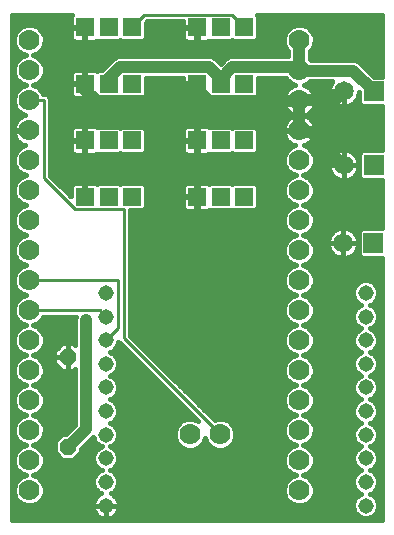
<source format=gbl>
G75*
G70*
%OFA0B0*%
%FSLAX24Y24*%
%IPPOS*%
%LPD*%
%AMOC8*
5,1,8,0,0,1.08239X$1,22.5*
%
%ADD10C,0.0700*%
%ADD11OC8,0.0560*%
%ADD12R,0.0650X0.0650*%
%ADD13C,0.0650*%
%ADD14C,0.0515*%
%ADD15R,0.0594X0.0594*%
%ADD16C,0.0400*%
%ADD17C,0.0160*%
%ADD18C,0.0100*%
%ADD19C,0.0400*%
D10*
X007149Y005310D03*
X007149Y006310D03*
X007149Y007310D03*
X007149Y008310D03*
X007149Y009310D03*
X007149Y010310D03*
X007149Y011310D03*
X007149Y012310D03*
X007149Y013310D03*
X007149Y014310D03*
X007149Y015310D03*
X007149Y016310D03*
X007149Y017310D03*
X007149Y018310D03*
X007149Y019310D03*
X007149Y020310D03*
X016149Y020310D03*
X016149Y019310D03*
X016149Y018310D03*
X016149Y017310D03*
X016149Y016310D03*
X016149Y015310D03*
X016149Y014310D03*
X016149Y013310D03*
X016149Y012310D03*
X016149Y011310D03*
X016149Y010310D03*
X016149Y009310D03*
X016149Y008310D03*
X016149Y007310D03*
X016149Y006310D03*
X016149Y005310D03*
X013511Y007168D03*
X012511Y007168D03*
D11*
X008436Y006751D03*
X008436Y009751D03*
D12*
X018609Y013550D03*
X018629Y016149D03*
X018629Y018601D03*
D13*
X017629Y018601D03*
X017629Y016149D03*
X017609Y013550D03*
D14*
X018361Y011885D03*
X018361Y011097D03*
X018361Y010310D03*
X018361Y009523D03*
X018361Y008735D03*
X018361Y007948D03*
X018361Y007160D03*
X018361Y006373D03*
X018361Y005586D03*
X018361Y004798D03*
X009700Y004798D03*
X009700Y005586D03*
X009700Y006373D03*
X009700Y007160D03*
X009700Y007948D03*
X009700Y008735D03*
X009700Y009523D03*
X009700Y010310D03*
X009700Y011097D03*
X009700Y011885D03*
D15*
X009790Y015089D03*
X009003Y015089D03*
X010578Y015089D03*
X010578Y016971D03*
X009790Y016971D03*
X009003Y016971D03*
X009003Y018853D03*
X009790Y018853D03*
X010578Y018853D03*
X010578Y020735D03*
X009790Y020735D03*
X009003Y020735D03*
X012739Y020735D03*
X013526Y020735D03*
X014314Y020735D03*
X014314Y018853D03*
X013526Y018853D03*
X012739Y018853D03*
X012739Y016971D03*
X013526Y016971D03*
X014314Y016971D03*
X014314Y015089D03*
X013526Y015089D03*
X012739Y015089D03*
D16*
X013133Y018290D02*
X012739Y018684D01*
X012739Y018853D01*
X012542Y018605D01*
X012227Y018290D01*
X009393Y018290D01*
X009019Y018664D01*
X009019Y018841D01*
X009003Y018853D01*
X009790Y018853D02*
X009806Y018861D01*
X009806Y019038D01*
X010180Y019412D01*
X013133Y019412D01*
X013526Y019019D01*
X013526Y018853D01*
X013526Y019019D02*
X013920Y019412D01*
X015948Y019412D01*
X016149Y019310D01*
X016145Y019491D01*
X016145Y020298D01*
X016149Y020310D01*
X016149Y019310D02*
X016164Y019294D01*
X017936Y019294D01*
X018629Y018601D01*
X017629Y018601D02*
X017621Y018586D01*
X017345Y018310D01*
X016149Y018310D01*
X015948Y018271D01*
X015928Y018290D01*
X013133Y018290D01*
X016149Y018310D02*
X016145Y018113D01*
X016145Y017326D01*
X016149Y017310D01*
X016341Y017247D01*
X016538Y017247D01*
X017621Y016164D01*
X017629Y016149D01*
X009038Y010967D02*
X009038Y007345D01*
X008448Y006755D01*
X008436Y006751D01*
D17*
X006566Y004321D02*
X006566Y021141D01*
X008561Y021141D01*
X008538Y021101D01*
X008526Y021056D01*
X008526Y020754D01*
X008984Y020754D01*
X008984Y020717D01*
X008526Y020717D01*
X008526Y020415D01*
X008538Y020369D01*
X008562Y020328D01*
X008595Y020294D01*
X008637Y020271D01*
X008682Y020258D01*
X008984Y020258D01*
X008984Y020717D01*
X009021Y020717D01*
X009021Y020258D01*
X009323Y020258D01*
X009369Y020271D01*
X009410Y020294D01*
X009411Y020295D01*
X009427Y020278D01*
X010153Y020278D01*
X010184Y020309D01*
X010215Y020278D01*
X010941Y020278D01*
X011034Y020372D01*
X011034Y020895D01*
X011074Y020935D01*
X012262Y020935D01*
X012262Y020754D01*
X012721Y020754D01*
X012721Y020717D01*
X012757Y020717D01*
X012757Y020258D01*
X013060Y020258D01*
X013105Y020271D01*
X013146Y020294D01*
X013147Y020295D01*
X013163Y020278D01*
X013890Y020278D01*
X013920Y020309D01*
X013951Y020278D01*
X014677Y020278D01*
X014771Y020372D01*
X014771Y021098D01*
X014728Y021141D01*
X018920Y021141D01*
X018920Y019086D01*
X018653Y019086D01*
X018241Y019498D01*
X018140Y019599D01*
X018008Y019654D01*
X016526Y019654D01*
X016505Y019675D01*
X016505Y019945D01*
X016581Y020021D01*
X016659Y020208D01*
X016659Y020411D01*
X016581Y020599D01*
X016437Y020742D01*
X016250Y020820D01*
X016047Y020820D01*
X015860Y020742D01*
X015716Y020599D01*
X015639Y020411D01*
X015639Y020208D01*
X015716Y020021D01*
X015785Y019953D01*
X015785Y019772D01*
X013849Y019772D01*
X013716Y019717D01*
X013526Y019528D01*
X013438Y019616D01*
X013337Y019717D01*
X013204Y019772D01*
X010108Y019772D01*
X009976Y019717D01*
X009602Y019343D01*
X009569Y019310D01*
X009427Y019310D01*
X009411Y019294D01*
X009410Y019294D01*
X009369Y019318D01*
X009323Y019330D01*
X009021Y019330D01*
X009021Y018872D01*
X008984Y018872D01*
X008984Y019330D01*
X008682Y019330D01*
X008637Y019318D01*
X008595Y019294D01*
X008562Y019261D01*
X008538Y019220D01*
X008526Y019174D01*
X008526Y018872D01*
X008984Y018872D01*
X008984Y018835D01*
X008526Y018835D01*
X008526Y018533D01*
X008538Y018487D01*
X008562Y018446D01*
X008595Y018412D01*
X008637Y018389D01*
X008682Y018376D01*
X008984Y018376D01*
X008984Y018835D01*
X009021Y018835D01*
X009021Y018376D01*
X009323Y018376D01*
X009369Y018389D01*
X009410Y018412D01*
X009411Y018413D01*
X009427Y018396D01*
X010153Y018396D01*
X010184Y018427D01*
X010215Y018396D01*
X010941Y018396D01*
X011034Y018490D01*
X011034Y019052D01*
X012262Y019052D01*
X012262Y018872D01*
X012721Y018872D01*
X012721Y018835D01*
X012757Y018835D01*
X012757Y018376D01*
X013060Y018376D01*
X013105Y018389D01*
X013146Y018412D01*
X013147Y018413D01*
X013163Y018396D01*
X013890Y018396D01*
X013920Y018427D01*
X013951Y018396D01*
X014677Y018396D01*
X014771Y018490D01*
X014771Y019052D01*
X015703Y019052D01*
X015716Y019021D01*
X015860Y018878D01*
X016001Y018819D01*
X015945Y018801D01*
X015871Y018763D01*
X015803Y018714D01*
X015744Y018655D01*
X015695Y018588D01*
X015657Y018513D01*
X015632Y018434D01*
X015619Y018352D01*
X015619Y018328D01*
X016130Y018328D01*
X016130Y018291D01*
X016167Y018291D01*
X016167Y017328D01*
X016679Y017328D01*
X016679Y017352D01*
X016665Y017434D01*
X016640Y017513D01*
X016602Y017588D01*
X016553Y017655D01*
X016494Y017714D01*
X016426Y017763D01*
X016352Y017801D01*
X016325Y017810D01*
X016352Y017819D01*
X016426Y017857D01*
X016494Y017906D01*
X016553Y017965D01*
X016602Y018032D01*
X016640Y018106D01*
X016665Y018186D01*
X016679Y018268D01*
X016679Y018291D01*
X016167Y018291D01*
X016167Y018328D01*
X016679Y018328D01*
X016679Y018352D01*
X016665Y018434D01*
X016640Y018513D01*
X016602Y018588D01*
X016553Y018655D01*
X016494Y018714D01*
X016426Y018763D01*
X016352Y018801D01*
X016296Y018819D01*
X016437Y018878D01*
X016494Y018934D01*
X017248Y018934D01*
X017244Y018930D01*
X017197Y018866D01*
X017161Y018795D01*
X017136Y018720D01*
X017124Y018641D01*
X017124Y018601D01*
X017124Y018562D01*
X017136Y018483D01*
X017161Y018407D01*
X017197Y018337D01*
X017244Y018272D01*
X017300Y018216D01*
X017364Y018169D01*
X017435Y018133D01*
X017511Y018109D01*
X017589Y018096D01*
X017629Y018096D01*
X017669Y018096D01*
X017747Y018109D01*
X017823Y018133D01*
X017893Y018169D01*
X017958Y018216D01*
X018014Y018272D01*
X018061Y018337D01*
X018097Y018407D01*
X018121Y018483D01*
X018134Y018562D01*
X018134Y018587D01*
X018144Y018577D01*
X018144Y018210D01*
X018238Y018116D01*
X018920Y018116D01*
X018920Y016634D01*
X018238Y016634D01*
X018144Y016540D01*
X018144Y015757D01*
X018238Y015664D01*
X018920Y015664D01*
X018920Y014035D01*
X018218Y014035D01*
X018124Y013941D01*
X018124Y013159D01*
X018218Y013065D01*
X018920Y013065D01*
X018920Y004321D01*
X006566Y004321D01*
X006566Y004351D02*
X018920Y004351D01*
X018920Y004509D02*
X018662Y004509D01*
X018715Y004562D02*
X018779Y004715D01*
X018779Y004881D01*
X018715Y005035D01*
X018598Y005152D01*
X018502Y005192D01*
X018598Y005232D01*
X018715Y005349D01*
X018779Y005502D01*
X018779Y005669D01*
X018715Y005822D01*
X018598Y005939D01*
X018502Y005979D01*
X018598Y006019D01*
X018715Y006136D01*
X018779Y006290D01*
X018779Y006456D01*
X018715Y006609D01*
X018598Y006727D01*
X018502Y006767D01*
X018598Y006806D01*
X018715Y006924D01*
X018779Y007077D01*
X018779Y007243D01*
X018715Y007397D01*
X018598Y007514D01*
X018502Y007554D01*
X018598Y007594D01*
X018715Y007711D01*
X018779Y007865D01*
X018779Y008031D01*
X018715Y008184D01*
X018598Y008302D01*
X018502Y008341D01*
X018598Y008381D01*
X018715Y008499D01*
X018779Y008652D01*
X018779Y008818D01*
X018715Y008972D01*
X018598Y009089D01*
X018502Y009129D01*
X018598Y009169D01*
X018715Y009286D01*
X018779Y009439D01*
X018779Y009606D01*
X018715Y009759D01*
X018598Y009876D01*
X018502Y009916D01*
X018598Y009956D01*
X018715Y010073D01*
X018779Y010227D01*
X018779Y010393D01*
X018715Y010546D01*
X018598Y010664D01*
X018502Y010704D01*
X018598Y010743D01*
X018715Y010861D01*
X018779Y011014D01*
X018779Y011180D01*
X018715Y011334D01*
X018598Y011451D01*
X018502Y011491D01*
X018598Y011531D01*
X018715Y011648D01*
X018779Y011802D01*
X018779Y011968D01*
X018715Y012121D01*
X018598Y012239D01*
X018444Y012302D01*
X018278Y012302D01*
X018125Y012239D01*
X018007Y012121D01*
X017944Y011968D01*
X017944Y011802D01*
X018007Y011648D01*
X018125Y011531D01*
X018221Y011491D01*
X018125Y011451D01*
X018007Y011334D01*
X017944Y011180D01*
X017944Y011014D01*
X018007Y010861D01*
X018125Y010743D01*
X018221Y010704D01*
X018125Y010664D01*
X018007Y010546D01*
X017944Y010393D01*
X017944Y010227D01*
X018007Y010073D01*
X018125Y009956D01*
X018221Y009916D01*
X018125Y009876D01*
X018007Y009759D01*
X017944Y009606D01*
X017944Y009439D01*
X018007Y009286D01*
X018125Y009169D01*
X018221Y009129D01*
X018125Y009089D01*
X018007Y008972D01*
X017944Y008818D01*
X017944Y008652D01*
X018007Y008499D01*
X018125Y008381D01*
X018221Y008341D01*
X018125Y008302D01*
X018007Y008184D01*
X017944Y008031D01*
X017944Y007865D01*
X018007Y007711D01*
X018125Y007594D01*
X018221Y007554D01*
X018125Y007514D01*
X018007Y007397D01*
X017944Y007243D01*
X017944Y007077D01*
X018007Y006924D01*
X018125Y006806D01*
X018221Y006767D01*
X018125Y006727D01*
X018007Y006609D01*
X017944Y006456D01*
X017944Y006290D01*
X018007Y006136D01*
X018125Y006019D01*
X018221Y005979D01*
X018125Y005939D01*
X018007Y005822D01*
X017944Y005669D01*
X017944Y005502D01*
X018007Y005349D01*
X018125Y005232D01*
X018221Y005192D01*
X018125Y005152D01*
X018007Y005035D01*
X017944Y004881D01*
X017944Y004715D01*
X018007Y004562D01*
X018125Y004444D01*
X018278Y004381D01*
X018444Y004381D01*
X018598Y004444D01*
X018715Y004562D01*
X018759Y004668D02*
X018920Y004668D01*
X018920Y004826D02*
X018779Y004826D01*
X018736Y004985D02*
X018920Y004985D01*
X018920Y005143D02*
X018607Y005143D01*
X018668Y005302D02*
X018920Y005302D01*
X018920Y005460D02*
X018761Y005460D01*
X018779Y005619D02*
X018920Y005619D01*
X018920Y005777D02*
X018734Y005777D01*
X018601Y005936D02*
X018920Y005936D01*
X018920Y006094D02*
X018673Y006094D01*
X018763Y006253D02*
X018920Y006253D01*
X018920Y006411D02*
X018779Y006411D01*
X018732Y006570D02*
X018920Y006570D01*
X018920Y006728D02*
X018595Y006728D01*
X018678Y006887D02*
X018920Y006887D01*
X018920Y007045D02*
X018765Y007045D01*
X018779Y007204D02*
X018920Y007204D01*
X018920Y007362D02*
X018729Y007362D01*
X018582Y007521D02*
X018920Y007521D01*
X018920Y007679D02*
X018683Y007679D01*
X018767Y007838D02*
X018920Y007838D01*
X018920Y007996D02*
X018779Y007996D01*
X018727Y008155D02*
X018920Y008155D01*
X018920Y008313D02*
X018570Y008313D01*
X018688Y008472D02*
X018920Y008472D01*
X018920Y008630D02*
X018769Y008630D01*
X018779Y008789D02*
X018920Y008789D01*
X018920Y008947D02*
X018725Y008947D01*
X018558Y009106D02*
X018920Y009106D01*
X018920Y009264D02*
X018693Y009264D01*
X018772Y009423D02*
X018920Y009423D01*
X018920Y009581D02*
X018779Y009581D01*
X018723Y009740D02*
X018920Y009740D01*
X018920Y009898D02*
X018545Y009898D01*
X018698Y010057D02*
X018920Y010057D01*
X018920Y010215D02*
X018774Y010215D01*
X018779Y010374D02*
X018920Y010374D01*
X018920Y010532D02*
X018721Y010532D01*
X018533Y010691D02*
X018920Y010691D01*
X018920Y010849D02*
X018703Y010849D01*
X018776Y011008D02*
X018920Y011008D01*
X018920Y011166D02*
X018779Y011166D01*
X018719Y011325D02*
X018920Y011325D01*
X018920Y011483D02*
X018521Y011483D01*
X018708Y011642D02*
X018920Y011642D01*
X018920Y011800D02*
X018778Y011800D01*
X018779Y011959D02*
X018920Y011959D01*
X018920Y012117D02*
X018717Y012117D01*
X018920Y012276D02*
X018508Y012276D01*
X018214Y012276D02*
X016659Y012276D01*
X016659Y012208D02*
X016659Y012411D01*
X016581Y012599D01*
X016437Y012742D01*
X016274Y012810D01*
X016437Y012878D01*
X016581Y013021D01*
X016659Y013208D01*
X016659Y013411D01*
X016581Y013599D01*
X016437Y013742D01*
X016274Y013810D01*
X016437Y013878D01*
X016581Y014021D01*
X016659Y014208D01*
X016659Y014411D01*
X016581Y014599D01*
X016437Y014742D01*
X016274Y014810D01*
X016437Y014878D01*
X016581Y015021D01*
X016659Y015208D01*
X016659Y015411D01*
X016581Y015599D01*
X016437Y015742D01*
X016274Y015810D01*
X016437Y015878D01*
X016581Y016021D01*
X016659Y016208D01*
X016659Y016411D01*
X016581Y016599D01*
X016437Y016742D01*
X016296Y016801D01*
X016352Y016819D01*
X016426Y016857D01*
X016494Y016906D01*
X016553Y016965D01*
X016602Y017032D01*
X016640Y017106D01*
X016665Y017186D01*
X016679Y017268D01*
X016679Y017291D01*
X016167Y017291D01*
X016167Y017328D01*
X016130Y017328D01*
X016130Y017291D01*
X015619Y017291D01*
X015619Y017268D01*
X015632Y017186D01*
X015657Y017106D01*
X015695Y017032D01*
X015744Y016965D01*
X015803Y016906D01*
X015871Y016857D01*
X015945Y016819D01*
X016001Y016801D01*
X015860Y016742D01*
X015716Y016599D01*
X015639Y016411D01*
X015639Y016208D01*
X015716Y016021D01*
X015860Y015878D01*
X016023Y015810D01*
X015860Y015742D01*
X015716Y015599D01*
X015639Y015411D01*
X015639Y015208D01*
X015716Y015021D01*
X015860Y014878D01*
X016023Y014810D01*
X015860Y014742D01*
X015716Y014599D01*
X015639Y014411D01*
X015639Y014208D01*
X015716Y014021D01*
X015860Y013878D01*
X016023Y013810D01*
X015860Y013742D01*
X015716Y013599D01*
X015639Y013411D01*
X015639Y013208D01*
X015716Y013021D01*
X015860Y012878D01*
X016023Y012810D01*
X015860Y012742D01*
X015716Y012599D01*
X015639Y012411D01*
X015639Y012208D01*
X015716Y012021D01*
X015860Y011878D01*
X016023Y011810D01*
X015860Y011742D01*
X015716Y011599D01*
X015639Y011411D01*
X015639Y011208D01*
X015716Y011021D01*
X015860Y010878D01*
X016023Y010810D01*
X015860Y010742D01*
X015716Y010599D01*
X015639Y010411D01*
X015639Y010208D01*
X015716Y010021D01*
X015860Y009878D01*
X016023Y009810D01*
X015860Y009742D01*
X015716Y009599D01*
X015639Y009411D01*
X015639Y009208D01*
X015716Y009021D01*
X015860Y008878D01*
X016023Y008810D01*
X015860Y008742D01*
X015716Y008599D01*
X015639Y008411D01*
X015639Y008208D01*
X015716Y008021D01*
X015860Y007878D01*
X016023Y007810D01*
X015860Y007742D01*
X015716Y007599D01*
X015639Y007411D01*
X015639Y007208D01*
X015716Y007021D01*
X015860Y006878D01*
X016023Y006810D01*
X015860Y006742D01*
X015716Y006599D01*
X015639Y006411D01*
X010117Y006411D01*
X010117Y006456D02*
X010054Y006609D01*
X009936Y006727D01*
X009840Y006767D01*
X009936Y006806D01*
X010054Y006924D01*
X010117Y007077D01*
X010117Y007243D01*
X010054Y007397D01*
X009936Y007514D01*
X009840Y007554D01*
X009936Y007594D01*
X010054Y007711D01*
X010117Y007865D01*
X010117Y008031D01*
X010054Y008184D01*
X009936Y008302D01*
X009840Y008341D01*
X009936Y008381D01*
X010054Y008499D01*
X010117Y008652D01*
X010117Y008818D01*
X010054Y008972D01*
X009936Y009089D01*
X009840Y009129D01*
X009936Y009169D01*
X010054Y009286D01*
X010117Y009439D01*
X010117Y009606D01*
X010054Y009759D01*
X009936Y009876D01*
X009840Y009916D01*
X009936Y009956D01*
X010054Y010073D01*
X010117Y010227D01*
X010117Y010261D01*
X010211Y010167D01*
X012762Y007616D01*
X012612Y007678D01*
X012409Y007678D01*
X012222Y007601D01*
X012078Y007457D01*
X012001Y007270D01*
X012001Y007067D01*
X012078Y006879D01*
X012222Y006736D01*
X012409Y006658D01*
X012612Y006658D01*
X012800Y006736D01*
X012943Y006879D01*
X013011Y007043D01*
X013078Y006879D01*
X013222Y006736D01*
X013409Y006658D01*
X013612Y006658D01*
X013800Y006736D01*
X013943Y006879D01*
X014021Y007067D01*
X014021Y007270D01*
X013943Y007457D01*
X013800Y007601D01*
X013612Y007678D01*
X013409Y007678D01*
X013328Y007644D01*
X010508Y010464D01*
X010508Y014633D01*
X010941Y014633D01*
X011034Y014726D01*
X011034Y015453D01*
X010941Y015546D01*
X010215Y015546D01*
X010184Y015516D01*
X010153Y015546D01*
X009427Y015546D01*
X009411Y015530D01*
X009410Y015530D01*
X009369Y015554D01*
X009323Y015566D01*
X009021Y015566D01*
X009021Y015108D01*
X008984Y015108D01*
X008984Y015566D01*
X008682Y015566D01*
X008637Y015554D01*
X008595Y015530D01*
X008562Y015497D01*
X008538Y015456D01*
X008526Y015410D01*
X008526Y015123D01*
X007851Y015798D01*
X007851Y018397D01*
X007728Y018520D01*
X007614Y018520D01*
X007581Y018599D01*
X007437Y018742D01*
X007274Y018810D01*
X007437Y018878D01*
X007581Y019021D01*
X007659Y019208D01*
X007659Y019411D01*
X007581Y019599D01*
X007437Y019742D01*
X007274Y019810D01*
X007437Y019878D01*
X007581Y020021D01*
X007659Y020208D01*
X007659Y020411D01*
X007581Y020599D01*
X007437Y020742D01*
X007250Y020820D01*
X007047Y020820D01*
X006860Y020742D01*
X006716Y020599D01*
X006639Y020411D01*
X006639Y020208D01*
X006716Y020021D01*
X006860Y019878D01*
X007023Y019810D01*
X006860Y019742D01*
X006716Y019599D01*
X006639Y019411D01*
X006639Y019208D01*
X006716Y019021D01*
X006860Y018878D01*
X007023Y018810D01*
X006860Y018742D01*
X006716Y018599D01*
X006639Y018411D01*
X006639Y018208D01*
X006716Y018021D01*
X006860Y017878D01*
X007001Y017819D01*
X006945Y017801D01*
X006871Y017763D01*
X006803Y017714D01*
X006744Y017655D01*
X006695Y017588D01*
X006657Y017513D01*
X006632Y017434D01*
X006619Y017352D01*
X006619Y017328D01*
X007130Y017328D01*
X007130Y017291D01*
X006619Y017291D01*
X006619Y017268D01*
X006632Y017186D01*
X006657Y017106D01*
X006695Y017032D01*
X006744Y016965D01*
X006803Y016906D01*
X006871Y016857D01*
X006945Y016819D01*
X007001Y016801D01*
X006860Y016742D01*
X006716Y016599D01*
X006639Y016411D01*
X006639Y016208D01*
X006716Y016021D01*
X006860Y015878D01*
X007023Y015810D01*
X006860Y015742D01*
X006716Y015599D01*
X006639Y015411D01*
X006639Y015208D01*
X006716Y015021D01*
X006860Y014878D01*
X007023Y014810D01*
X006860Y014742D01*
X006716Y014599D01*
X006639Y014411D01*
X006639Y014208D01*
X006716Y014021D01*
X006860Y013878D01*
X007023Y013810D01*
X006860Y013742D01*
X006716Y013599D01*
X006639Y013411D01*
X006639Y013208D01*
X006716Y013021D01*
X006860Y012878D01*
X007023Y012810D01*
X006860Y012742D01*
X006716Y012599D01*
X006639Y012411D01*
X006639Y012208D01*
X006716Y012021D01*
X006860Y011878D01*
X007023Y011810D01*
X006860Y011742D01*
X006716Y011599D01*
X006639Y011411D01*
X006639Y011208D01*
X006716Y011021D01*
X006860Y010878D01*
X007023Y010810D01*
X006860Y010742D01*
X006716Y010599D01*
X006639Y010411D01*
X006639Y010208D01*
X006716Y010021D01*
X006860Y009878D01*
X007023Y009810D01*
X006860Y009742D01*
X006716Y009599D01*
X006639Y009411D01*
X006639Y009208D01*
X006716Y009021D01*
X006860Y008878D01*
X007023Y008810D01*
X006860Y008742D01*
X006716Y008599D01*
X006639Y008411D01*
X006639Y008208D01*
X006716Y008021D01*
X006860Y007878D01*
X007023Y007810D01*
X006860Y007742D01*
X006716Y007599D01*
X006639Y007411D01*
X006639Y007208D01*
X006716Y007021D01*
X006860Y006878D01*
X007023Y006810D01*
X006860Y006742D01*
X006716Y006599D01*
X006639Y006411D01*
X006566Y006411D01*
X006639Y006411D02*
X006639Y006208D01*
X006716Y006021D01*
X006860Y005878D01*
X007023Y005810D01*
X006860Y005742D01*
X006716Y005599D01*
X006639Y005411D01*
X006639Y005208D01*
X006716Y005021D01*
X006860Y004878D01*
X007047Y004800D01*
X007250Y004800D01*
X007437Y004878D01*
X007581Y005021D01*
X007659Y005208D01*
X007659Y005411D01*
X007581Y005599D01*
X007437Y005742D01*
X007274Y005810D01*
X007437Y005878D01*
X007581Y006021D01*
X007659Y006208D01*
X007659Y006411D01*
X008153Y006411D01*
X008254Y006311D02*
X008618Y006311D01*
X008876Y006569D01*
X008876Y006674D01*
X009242Y007040D01*
X009282Y007080D01*
X009282Y007077D01*
X009346Y006924D01*
X009463Y006806D01*
X009559Y006767D01*
X009463Y006727D01*
X009346Y006609D01*
X009282Y006456D01*
X009282Y006290D01*
X009346Y006136D01*
X009463Y006019D01*
X009559Y005979D01*
X009463Y005939D01*
X009346Y005822D01*
X009282Y005669D01*
X009282Y005502D01*
X009346Y005349D01*
X009463Y005232D01*
X009531Y005203D01*
X009470Y005172D01*
X009415Y005132D01*
X009366Y005083D01*
X009326Y005027D01*
X009294Y004966D01*
X009273Y004901D01*
X009262Y004833D01*
X009262Y004798D01*
X009262Y004764D01*
X009273Y004696D01*
X009294Y004630D01*
X009326Y004569D01*
X009366Y004513D01*
X009415Y004464D01*
X009470Y004424D01*
X009532Y004393D01*
X009597Y004371D01*
X009665Y004361D01*
X009700Y004361D01*
X009734Y004361D01*
X009802Y004371D01*
X009868Y004393D01*
X009929Y004424D01*
X009985Y004464D01*
X010033Y004513D01*
X010074Y004569D01*
X010105Y004630D01*
X010126Y004696D01*
X010137Y004764D01*
X010137Y004798D01*
X009700Y004798D01*
X009700Y004798D01*
X010137Y004798D01*
X010137Y004833D01*
X010126Y004901D01*
X010105Y004966D01*
X010074Y005027D01*
X010033Y005083D01*
X009985Y005132D01*
X009929Y005172D01*
X009868Y005203D01*
X009936Y005232D01*
X010054Y005349D01*
X010117Y005502D01*
X010117Y005669D01*
X010054Y005822D01*
X009936Y005939D01*
X009840Y005979D01*
X009936Y006019D01*
X010054Y006136D01*
X010117Y006290D01*
X010117Y006456D01*
X010070Y006570D02*
X015704Y006570D01*
X015639Y006411D02*
X015639Y006208D01*
X015716Y006021D01*
X015860Y005878D01*
X016023Y005810D01*
X015860Y005742D01*
X015716Y005599D01*
X015639Y005411D01*
X015639Y005208D01*
X015716Y005021D01*
X015860Y004878D01*
X016047Y004800D01*
X016250Y004800D01*
X016437Y004878D01*
X016581Y005021D01*
X016659Y005208D01*
X016659Y005411D01*
X016581Y005599D01*
X016437Y005742D01*
X016274Y005810D01*
X016437Y005878D01*
X016581Y006021D01*
X016659Y006208D01*
X016659Y006411D01*
X017944Y006411D01*
X017959Y006253D02*
X016659Y006253D01*
X016659Y006411D02*
X016581Y006599D01*
X016437Y006742D01*
X016274Y006810D01*
X016437Y006878D01*
X016581Y007021D01*
X016659Y007208D01*
X016659Y007411D01*
X016581Y007599D01*
X016437Y007742D01*
X016274Y007810D01*
X016437Y007878D01*
X016581Y008021D01*
X016659Y008208D01*
X016659Y008411D01*
X016581Y008599D01*
X016437Y008742D01*
X016274Y008810D01*
X016437Y008878D01*
X016581Y009021D01*
X016659Y009208D01*
X016659Y009411D01*
X016581Y009599D01*
X016437Y009742D01*
X016274Y009810D01*
X016437Y009878D01*
X016581Y010021D01*
X016659Y010208D01*
X016659Y010411D01*
X016581Y010599D01*
X016437Y010742D01*
X016274Y010810D01*
X016437Y010878D01*
X016581Y011021D01*
X016659Y011208D01*
X016659Y011411D01*
X016581Y011599D01*
X016437Y011742D01*
X016274Y011810D01*
X016437Y011878D01*
X016581Y012021D01*
X016659Y012208D01*
X016621Y012117D02*
X018005Y012117D01*
X017944Y011959D02*
X016518Y011959D01*
X016298Y011800D02*
X017944Y011800D01*
X018014Y011642D02*
X016538Y011642D01*
X016629Y011483D02*
X018201Y011483D01*
X018003Y011325D02*
X016659Y011325D01*
X016641Y011166D02*
X017944Y011166D01*
X017946Y011008D02*
X016567Y011008D01*
X016369Y010849D02*
X018019Y010849D01*
X018189Y010691D02*
X016489Y010691D01*
X016609Y010532D02*
X018001Y010532D01*
X017944Y010374D02*
X016659Y010374D01*
X016659Y010215D02*
X017949Y010215D01*
X018024Y010057D02*
X016596Y010057D01*
X016458Y009898D02*
X018177Y009898D01*
X017999Y009740D02*
X016440Y009740D01*
X016588Y009581D02*
X017944Y009581D01*
X017951Y009423D02*
X016654Y009423D01*
X016659Y009264D02*
X018029Y009264D01*
X018165Y009106D02*
X016616Y009106D01*
X016507Y008947D02*
X017997Y008947D01*
X017944Y008789D02*
X016326Y008789D01*
X016550Y008630D02*
X017953Y008630D01*
X018034Y008472D02*
X016634Y008472D01*
X016659Y008313D02*
X018152Y008313D01*
X017995Y008155D02*
X016636Y008155D01*
X016556Y007996D02*
X017944Y007996D01*
X017955Y007838D02*
X016341Y007838D01*
X016501Y007679D02*
X018039Y007679D01*
X018140Y007521D02*
X016613Y007521D01*
X016659Y007362D02*
X017993Y007362D01*
X017944Y007204D02*
X016656Y007204D01*
X016591Y007045D02*
X017957Y007045D01*
X018044Y006887D02*
X016446Y006887D01*
X016452Y006728D02*
X018128Y006728D01*
X017991Y006570D02*
X016593Y006570D01*
X016611Y006094D02*
X018050Y006094D01*
X018121Y005936D02*
X016495Y005936D01*
X016353Y005777D02*
X017989Y005777D01*
X017944Y005619D02*
X016561Y005619D01*
X016638Y005460D02*
X017961Y005460D01*
X018055Y005302D02*
X016659Y005302D01*
X016631Y005143D02*
X018116Y005143D01*
X017986Y004985D02*
X016544Y004985D01*
X016313Y004826D02*
X017944Y004826D01*
X017963Y004668D02*
X010117Y004668D01*
X010137Y004826D02*
X015984Y004826D01*
X015753Y004985D02*
X010096Y004985D01*
X009969Y005143D02*
X015666Y005143D01*
X015639Y005302D02*
X010006Y005302D01*
X010100Y005460D02*
X015659Y005460D01*
X015736Y005619D02*
X010117Y005619D01*
X010072Y005777D02*
X015944Y005777D01*
X015802Y005936D02*
X009940Y005936D01*
X010011Y006094D02*
X015686Y006094D01*
X015639Y006253D02*
X010102Y006253D01*
X009933Y006728D02*
X012241Y006728D01*
X012075Y006887D02*
X010016Y006887D01*
X010104Y007045D02*
X012010Y007045D01*
X012001Y007204D02*
X010117Y007204D01*
X010068Y007362D02*
X012039Y007362D01*
X012142Y007521D02*
X009921Y007521D01*
X010021Y007679D02*
X012699Y007679D01*
X012540Y007838D02*
X010106Y007838D01*
X010117Y007996D02*
X012382Y007996D01*
X012223Y008155D02*
X010066Y008155D01*
X009909Y008313D02*
X012065Y008313D01*
X011906Y008472D02*
X010027Y008472D01*
X010108Y008630D02*
X011748Y008630D01*
X011589Y008789D02*
X010117Y008789D01*
X010064Y008947D02*
X011431Y008947D01*
X011272Y009106D02*
X009896Y009106D01*
X010032Y009264D02*
X011114Y009264D01*
X010955Y009423D02*
X010110Y009423D01*
X010117Y009581D02*
X010797Y009581D01*
X010638Y009740D02*
X010062Y009740D01*
X009884Y009898D02*
X010480Y009898D01*
X010321Y010057D02*
X010037Y010057D01*
X010112Y010215D02*
X010163Y010215D01*
X010508Y010532D02*
X015689Y010532D01*
X015639Y010374D02*
X010598Y010374D01*
X010757Y010215D02*
X015639Y010215D01*
X015701Y010057D02*
X010915Y010057D01*
X011074Y009898D02*
X015839Y009898D01*
X015857Y009740D02*
X011232Y009740D01*
X011391Y009581D02*
X015709Y009581D01*
X015643Y009423D02*
X011549Y009423D01*
X011708Y009264D02*
X015639Y009264D01*
X015681Y009106D02*
X011866Y009106D01*
X012025Y008947D02*
X015790Y008947D01*
X015971Y008789D02*
X012183Y008789D01*
X012342Y008630D02*
X015747Y008630D01*
X015663Y008472D02*
X012500Y008472D01*
X012659Y008313D02*
X015639Y008313D01*
X015661Y008155D02*
X012817Y008155D01*
X012976Y007996D02*
X015741Y007996D01*
X015956Y007838D02*
X013134Y007838D01*
X013293Y007679D02*
X015796Y007679D01*
X015684Y007521D02*
X013880Y007521D01*
X013982Y007362D02*
X015639Y007362D01*
X015641Y007204D02*
X014021Y007204D01*
X014012Y007045D02*
X015706Y007045D01*
X015851Y006887D02*
X013946Y006887D01*
X013781Y006728D02*
X015845Y006728D01*
X018060Y004509D02*
X010029Y004509D01*
X009700Y004509D02*
X009700Y004509D01*
X009700Y004361D02*
X009700Y004798D01*
X009700Y004798D01*
X009700Y004361D01*
X009700Y004668D02*
X009700Y004668D01*
X009700Y004798D02*
X009262Y004798D01*
X009700Y004798D01*
X009700Y004798D01*
X009370Y004509D02*
X006566Y004509D01*
X006566Y004668D02*
X009282Y004668D01*
X009262Y004826D02*
X007313Y004826D01*
X007544Y004985D02*
X009304Y004985D01*
X009430Y005143D02*
X007631Y005143D01*
X007659Y005302D02*
X009393Y005302D01*
X009300Y005460D02*
X007638Y005460D01*
X007561Y005619D02*
X009282Y005619D01*
X009327Y005777D02*
X007353Y005777D01*
X007495Y005936D02*
X009459Y005936D01*
X009388Y006094D02*
X007611Y006094D01*
X007659Y006253D02*
X009298Y006253D01*
X009282Y006411D02*
X008718Y006411D01*
X008876Y006570D02*
X009329Y006570D01*
X009466Y006728D02*
X008930Y006728D01*
X009089Y006887D02*
X009383Y006887D01*
X009296Y007045D02*
X009247Y007045D01*
X008678Y007494D02*
X008375Y007191D01*
X008254Y007191D01*
X007996Y006933D01*
X007996Y006569D01*
X008254Y006311D01*
X007996Y006570D02*
X007593Y006570D01*
X007581Y006599D02*
X007437Y006742D01*
X007274Y006810D01*
X007437Y006878D01*
X007581Y007021D01*
X007659Y007208D01*
X007659Y007411D01*
X007581Y007599D01*
X007437Y007742D01*
X007274Y007810D01*
X007437Y007878D01*
X007581Y008021D01*
X007659Y008208D01*
X007659Y008411D01*
X007581Y008599D01*
X007437Y008742D01*
X007274Y008810D01*
X007437Y008878D01*
X007581Y009021D01*
X007659Y009208D01*
X007659Y009411D01*
X007581Y009599D01*
X007437Y009742D01*
X007274Y009810D01*
X007437Y009878D01*
X007581Y010021D01*
X007659Y010208D01*
X007659Y010411D01*
X007581Y010599D01*
X007437Y010742D01*
X007274Y010810D01*
X007437Y010878D01*
X007581Y011021D01*
X007610Y011092D01*
X008700Y011092D01*
X008678Y011039D01*
X008678Y010159D01*
X008626Y010211D01*
X008446Y010211D01*
X008446Y009761D01*
X008426Y009761D01*
X008426Y010211D01*
X008245Y010211D01*
X007976Y009941D01*
X007976Y009761D01*
X008426Y009761D01*
X008426Y009741D01*
X007976Y009741D01*
X007976Y009560D01*
X008245Y009291D01*
X008426Y009291D01*
X008426Y009741D01*
X008446Y009741D01*
X008446Y009291D01*
X008626Y009291D01*
X008678Y009343D01*
X008678Y007494D01*
X008678Y007521D02*
X007613Y007521D01*
X007659Y007362D02*
X008546Y007362D01*
X008387Y007204D02*
X007656Y007204D01*
X007591Y007045D02*
X008108Y007045D01*
X007996Y006887D02*
X007446Y006887D01*
X007452Y006728D02*
X007996Y006728D01*
X007581Y006599D02*
X007659Y006411D01*
X006845Y006728D02*
X006566Y006728D01*
X006566Y006570D02*
X006704Y006570D01*
X006566Y006887D02*
X006851Y006887D01*
X006706Y007045D02*
X006566Y007045D01*
X006566Y007204D02*
X006641Y007204D01*
X006639Y007362D02*
X006566Y007362D01*
X006566Y007521D02*
X006684Y007521D01*
X006796Y007679D02*
X006566Y007679D01*
X006566Y007838D02*
X006956Y007838D01*
X006741Y007996D02*
X006566Y007996D01*
X006566Y008155D02*
X006661Y008155D01*
X006639Y008313D02*
X006566Y008313D01*
X006566Y008472D02*
X006663Y008472D01*
X006747Y008630D02*
X006566Y008630D01*
X006566Y008789D02*
X006971Y008789D01*
X006790Y008947D02*
X006566Y008947D01*
X006566Y009106D02*
X006681Y009106D01*
X006639Y009264D02*
X006566Y009264D01*
X006566Y009423D02*
X006643Y009423D01*
X006709Y009581D02*
X006566Y009581D01*
X006566Y009740D02*
X006857Y009740D01*
X006839Y009898D02*
X006566Y009898D01*
X006566Y010057D02*
X006701Y010057D01*
X006639Y010215D02*
X006566Y010215D01*
X006566Y010374D02*
X006639Y010374D01*
X006689Y010532D02*
X006566Y010532D01*
X006566Y010691D02*
X006808Y010691D01*
X006928Y010849D02*
X006566Y010849D01*
X006566Y011008D02*
X006730Y011008D01*
X006656Y011166D02*
X006566Y011166D01*
X006566Y011325D02*
X006639Y011325D01*
X006668Y011483D02*
X006566Y011483D01*
X006566Y011642D02*
X006759Y011642D01*
X006566Y011800D02*
X006999Y011800D01*
X006779Y011959D02*
X006566Y011959D01*
X006566Y012117D02*
X006676Y012117D01*
X006639Y012276D02*
X006566Y012276D01*
X006566Y012434D02*
X006648Y012434D01*
X006714Y012593D02*
X006566Y012593D01*
X006566Y012751D02*
X006881Y012751D01*
X006828Y012910D02*
X006566Y012910D01*
X006566Y013068D02*
X006697Y013068D01*
X006639Y013227D02*
X006566Y013227D01*
X006566Y013385D02*
X006639Y013385D01*
X006693Y013544D02*
X006566Y013544D01*
X006566Y013702D02*
X006819Y013702D01*
X006901Y013861D02*
X006566Y013861D01*
X006566Y014019D02*
X006718Y014019D01*
X006651Y014178D02*
X006566Y014178D01*
X006566Y014336D02*
X006639Y014336D01*
X006673Y014495D02*
X006566Y014495D01*
X006566Y014653D02*
X006770Y014653D01*
X006566Y014812D02*
X007019Y014812D01*
X006767Y014970D02*
X006566Y014970D01*
X006566Y015129D02*
X006672Y015129D01*
X006639Y015287D02*
X006566Y015287D01*
X006566Y015446D02*
X006653Y015446D01*
X006721Y015604D02*
X006566Y015604D01*
X006566Y015763D02*
X006909Y015763D01*
X006816Y015921D02*
X006566Y015921D01*
X006566Y016080D02*
X006692Y016080D01*
X006639Y016238D02*
X006566Y016238D01*
X006566Y016397D02*
X006639Y016397D01*
X006698Y016555D02*
X006566Y016555D01*
X006566Y016714D02*
X006831Y016714D01*
X006849Y016872D02*
X006566Y016872D01*
X006566Y017031D02*
X006696Y017031D01*
X006631Y017189D02*
X006566Y017189D01*
X006566Y017348D02*
X006619Y017348D01*
X006655Y017506D02*
X006566Y017506D01*
X006566Y017665D02*
X006754Y017665D01*
X006566Y017823D02*
X006991Y017823D01*
X006756Y017982D02*
X006566Y017982D01*
X006566Y018140D02*
X006667Y018140D01*
X006639Y018299D02*
X006566Y018299D01*
X006566Y018457D02*
X006657Y018457D01*
X006733Y018616D02*
X006566Y018616D01*
X006566Y018774D02*
X006936Y018774D01*
X006805Y018933D02*
X006566Y018933D01*
X006566Y019091D02*
X006687Y019091D01*
X006639Y019250D02*
X006566Y019250D01*
X006566Y019408D02*
X006639Y019408D01*
X006703Y019567D02*
X006566Y019567D01*
X006566Y019725D02*
X006842Y019725D01*
X006854Y019884D02*
X006566Y019884D01*
X006566Y020042D02*
X006707Y020042D01*
X006642Y020201D02*
X006566Y020201D01*
X006566Y020359D02*
X006639Y020359D01*
X006683Y020518D02*
X006566Y020518D01*
X006566Y020676D02*
X006793Y020676D01*
X006566Y020835D02*
X008526Y020835D01*
X008526Y020993D02*
X006566Y020993D01*
X007504Y020676D02*
X008526Y020676D01*
X008526Y020518D02*
X007614Y020518D01*
X007659Y020359D02*
X008544Y020359D01*
X008984Y020359D02*
X009021Y020359D01*
X009021Y020518D02*
X008984Y020518D01*
X008984Y020676D02*
X009021Y020676D01*
X009994Y019725D02*
X007455Y019725D01*
X007443Y019884D02*
X015785Y019884D01*
X015707Y020042D02*
X007590Y020042D01*
X007655Y020201D02*
X015642Y020201D01*
X015639Y020359D02*
X014758Y020359D01*
X014771Y020518D02*
X015683Y020518D01*
X015793Y020676D02*
X014771Y020676D01*
X014771Y020835D02*
X018920Y020835D01*
X018920Y020993D02*
X014771Y020993D01*
X013735Y019725D02*
X013318Y019725D01*
X013488Y019567D02*
X013565Y019567D01*
X012721Y020258D02*
X012721Y020717D01*
X012262Y020717D01*
X012262Y020415D01*
X012274Y020369D01*
X012298Y020328D01*
X012332Y020294D01*
X012373Y020271D01*
X012419Y020258D01*
X012721Y020258D01*
X012721Y020359D02*
X012757Y020359D01*
X012757Y020518D02*
X012721Y020518D01*
X012721Y020676D02*
X012757Y020676D01*
X012262Y020676D02*
X011034Y020676D01*
X011034Y020518D02*
X012262Y020518D01*
X012280Y020359D02*
X011022Y020359D01*
X011034Y020835D02*
X012262Y020835D01*
X012262Y018933D02*
X011034Y018933D01*
X011034Y018774D02*
X012262Y018774D01*
X012262Y018835D02*
X012262Y018533D01*
X012274Y018487D01*
X012298Y018446D01*
X012332Y018412D01*
X012373Y018389D01*
X012419Y018376D01*
X012721Y018376D01*
X012721Y018835D01*
X012262Y018835D01*
X012262Y018616D02*
X011034Y018616D01*
X011001Y018457D02*
X012292Y018457D01*
X012721Y018457D02*
X012757Y018457D01*
X012757Y018616D02*
X012721Y018616D01*
X012721Y018774D02*
X012757Y018774D01*
X012757Y017448D02*
X013060Y017448D01*
X013105Y017436D01*
X013146Y017412D01*
X013147Y017412D01*
X013163Y017428D01*
X013890Y017428D01*
X013920Y017398D01*
X013951Y017428D01*
X014677Y017428D01*
X014771Y017334D01*
X014771Y016608D01*
X014677Y016514D01*
X013951Y016514D01*
X013920Y016545D01*
X013890Y016514D01*
X013163Y016514D01*
X013147Y016531D01*
X013146Y016530D01*
X013105Y016507D01*
X013060Y016494D01*
X012757Y016494D01*
X012757Y016953D01*
X012721Y016953D01*
X012721Y016494D01*
X012419Y016494D01*
X012373Y016507D01*
X012332Y016530D01*
X012298Y016564D01*
X012274Y016605D01*
X012262Y016651D01*
X012262Y016953D01*
X012721Y016953D01*
X012721Y016990D01*
X012721Y017448D01*
X012419Y017448D01*
X012373Y017436D01*
X012332Y017412D01*
X012298Y017379D01*
X012274Y017338D01*
X012262Y017292D01*
X012262Y016990D01*
X012721Y016990D01*
X012757Y016990D01*
X012757Y017448D01*
X012757Y017348D02*
X012721Y017348D01*
X012721Y017189D02*
X012757Y017189D01*
X012757Y017031D02*
X012721Y017031D01*
X012721Y016872D02*
X012757Y016872D01*
X012757Y016714D02*
X012721Y016714D01*
X012721Y016555D02*
X012757Y016555D01*
X012307Y016555D02*
X010981Y016555D01*
X010941Y016514D02*
X011034Y016608D01*
X011034Y017334D01*
X010941Y017428D01*
X010215Y017428D01*
X010184Y017398D01*
X010153Y017428D01*
X009427Y017428D01*
X009411Y017412D01*
X009410Y017412D01*
X009369Y017436D01*
X009323Y017448D01*
X009021Y017448D01*
X009021Y016990D01*
X008984Y016990D01*
X008984Y016953D01*
X008526Y016953D01*
X008526Y016651D01*
X008538Y016605D01*
X008562Y016564D01*
X008595Y016530D01*
X008637Y016507D01*
X008682Y016494D01*
X008984Y016494D01*
X008984Y016953D01*
X009021Y016953D01*
X009021Y016494D01*
X009323Y016494D01*
X009369Y016507D01*
X009410Y016530D01*
X009411Y016531D01*
X009427Y016514D01*
X010153Y016514D01*
X010184Y016545D01*
X010215Y016514D01*
X010941Y016514D01*
X011034Y016714D02*
X012262Y016714D01*
X012262Y016872D02*
X011034Y016872D01*
X011034Y017031D02*
X012262Y017031D01*
X012262Y017189D02*
X011034Y017189D01*
X011021Y017348D02*
X012280Y017348D01*
X012419Y015566D02*
X012373Y015554D01*
X012332Y015530D01*
X012298Y015497D01*
X012274Y015456D01*
X012262Y015410D01*
X012262Y015108D01*
X012721Y015108D01*
X012721Y015566D01*
X012419Y015566D01*
X012272Y015446D02*
X011034Y015446D01*
X011034Y015287D02*
X012262Y015287D01*
X012262Y015129D02*
X011034Y015129D01*
X011034Y014970D02*
X012262Y014970D01*
X012262Y015071D02*
X012262Y014769D01*
X012274Y014723D01*
X012298Y014682D01*
X012332Y014649D01*
X012373Y014625D01*
X012419Y014613D01*
X012721Y014613D01*
X012721Y015071D01*
X012757Y015071D01*
X012757Y014613D01*
X013060Y014613D01*
X013105Y014625D01*
X013146Y014649D01*
X013147Y014649D01*
X013163Y014633D01*
X013890Y014633D01*
X013920Y014663D01*
X013951Y014633D01*
X014677Y014633D01*
X014771Y014726D01*
X014771Y015453D01*
X014677Y015546D01*
X013951Y015546D01*
X013920Y015516D01*
X013890Y015546D01*
X013163Y015546D01*
X013147Y015530D01*
X013146Y015530D01*
X013105Y015554D01*
X013060Y015566D01*
X012757Y015566D01*
X012757Y015108D01*
X012721Y015108D01*
X012721Y015071D01*
X012262Y015071D01*
X012262Y014812D02*
X011034Y014812D01*
X010961Y014653D02*
X012327Y014653D01*
X012721Y014653D02*
X012757Y014653D01*
X012757Y014812D02*
X012721Y014812D01*
X012721Y014970D02*
X012757Y014970D01*
X012757Y015129D02*
X012721Y015129D01*
X012721Y015287D02*
X012757Y015287D01*
X012757Y015446D02*
X012721Y015446D01*
X013910Y014653D02*
X013930Y014653D01*
X014697Y014653D02*
X015770Y014653D01*
X015673Y014495D02*
X010508Y014495D01*
X010508Y014336D02*
X015639Y014336D01*
X015651Y014178D02*
X010508Y014178D01*
X010508Y014019D02*
X015718Y014019D01*
X015901Y013861D02*
X010508Y013861D01*
X010508Y013702D02*
X015819Y013702D01*
X015693Y013544D02*
X010508Y013544D01*
X010508Y013385D02*
X015639Y013385D01*
X015639Y013227D02*
X010508Y013227D01*
X010508Y013068D02*
X015697Y013068D01*
X015828Y012910D02*
X010508Y012910D01*
X010508Y012751D02*
X015881Y012751D01*
X015714Y012593D02*
X010508Y012593D01*
X010508Y012434D02*
X015648Y012434D01*
X015639Y012276D02*
X010508Y012276D01*
X010508Y012117D02*
X015676Y012117D01*
X015779Y011959D02*
X010508Y011959D01*
X010508Y011800D02*
X015999Y011800D01*
X015759Y011642D02*
X010508Y011642D01*
X010508Y011483D02*
X015668Y011483D01*
X015639Y011325D02*
X010508Y011325D01*
X010508Y011166D02*
X015656Y011166D01*
X015730Y011008D02*
X010508Y011008D01*
X010508Y010849D02*
X015928Y010849D01*
X015808Y010691D02*
X010508Y010691D01*
X008678Y010691D02*
X007489Y010691D01*
X007369Y010849D02*
X008678Y010849D01*
X008678Y011008D02*
X007567Y011008D01*
X007609Y010532D02*
X008678Y010532D01*
X008678Y010374D02*
X007659Y010374D01*
X007659Y010215D02*
X008678Y010215D01*
X008446Y010057D02*
X008426Y010057D01*
X008426Y009898D02*
X008446Y009898D01*
X008446Y009740D02*
X008426Y009740D01*
X008426Y009581D02*
X008446Y009581D01*
X008446Y009423D02*
X008426Y009423D01*
X008678Y009264D02*
X007659Y009264D01*
X007654Y009423D02*
X008114Y009423D01*
X007976Y009581D02*
X007588Y009581D01*
X007440Y009740D02*
X007976Y009740D01*
X007976Y009898D02*
X007458Y009898D01*
X007596Y010057D02*
X008091Y010057D01*
X007616Y009106D02*
X008678Y009106D01*
X008678Y008947D02*
X007507Y008947D01*
X007326Y008789D02*
X008678Y008789D01*
X008678Y008630D02*
X007550Y008630D01*
X007634Y008472D02*
X008678Y008472D01*
X008678Y008313D02*
X007659Y008313D01*
X007636Y008155D02*
X008678Y008155D01*
X008678Y007996D02*
X007556Y007996D01*
X007341Y007838D02*
X008678Y007838D01*
X008678Y007679D02*
X007501Y007679D01*
X006639Y006253D02*
X006566Y006253D01*
X006566Y006094D02*
X006686Y006094D01*
X006802Y005936D02*
X006566Y005936D01*
X006566Y005777D02*
X006944Y005777D01*
X006736Y005619D02*
X006566Y005619D01*
X006566Y005460D02*
X006659Y005460D01*
X006639Y005302D02*
X006566Y005302D01*
X006566Y005143D02*
X006666Y005143D01*
X006753Y004985D02*
X006566Y004985D01*
X006566Y004826D02*
X006984Y004826D01*
X012781Y006728D02*
X013241Y006728D01*
X013075Y006887D02*
X012946Y006887D01*
X016649Y012434D02*
X018920Y012434D01*
X018920Y012593D02*
X016583Y012593D01*
X016416Y012751D02*
X018920Y012751D01*
X018920Y012910D02*
X016469Y012910D01*
X016600Y013068D02*
X017458Y013068D01*
X017491Y013058D02*
X017569Y013045D01*
X017609Y013045D01*
X017609Y013550D01*
X017104Y013550D01*
X017104Y013510D01*
X017117Y013432D01*
X017141Y013356D01*
X017177Y013285D01*
X017224Y013221D01*
X017280Y013165D01*
X017344Y013118D01*
X017415Y013082D01*
X017491Y013058D01*
X017609Y013068D02*
X017609Y013068D01*
X017609Y013045D02*
X017649Y013045D01*
X017727Y013058D01*
X017803Y013082D01*
X017874Y013118D01*
X017938Y013165D01*
X017994Y013221D01*
X018041Y013285D01*
X018077Y013356D01*
X018102Y013432D01*
X018114Y013510D01*
X018114Y013550D01*
X017609Y013550D01*
X017609Y013550D01*
X017609Y013550D01*
X017104Y013550D01*
X017104Y013590D01*
X017117Y013668D01*
X017141Y013744D01*
X017177Y013815D01*
X017224Y013879D01*
X017280Y013935D01*
X017344Y013982D01*
X017415Y014018D01*
X017491Y014043D01*
X017569Y014055D01*
X017609Y014055D01*
X017609Y013550D01*
X017609Y013045D01*
X017760Y013068D02*
X018215Y013068D01*
X018124Y013227D02*
X017998Y013227D01*
X018087Y013385D02*
X018124Y013385D01*
X018114Y013544D02*
X018124Y013544D01*
X018114Y013550D02*
X018114Y013590D01*
X018102Y013668D01*
X018077Y013744D01*
X018041Y013815D01*
X017994Y013879D01*
X017938Y013935D01*
X017874Y013982D01*
X017803Y014018D01*
X017727Y014043D01*
X017649Y014055D01*
X017609Y014055D01*
X017609Y013550D01*
X017609Y013550D01*
X017609Y013550D01*
X018114Y013550D01*
X018124Y013702D02*
X018091Y013702D01*
X018124Y013861D02*
X018008Y013861D01*
X018202Y014019D02*
X017800Y014019D01*
X017609Y014019D02*
X017609Y014019D01*
X017609Y013861D02*
X017609Y013861D01*
X017609Y013702D02*
X017609Y013702D01*
X017609Y013544D02*
X017609Y013544D01*
X017609Y013385D02*
X017609Y013385D01*
X017609Y013227D02*
X017609Y013227D01*
X017220Y013227D02*
X016659Y013227D01*
X016659Y013385D02*
X017132Y013385D01*
X017104Y013544D02*
X016604Y013544D01*
X016478Y013702D02*
X017128Y013702D01*
X017211Y013861D02*
X016396Y013861D01*
X016579Y014019D02*
X017418Y014019D01*
X016646Y014178D02*
X018920Y014178D01*
X018920Y014336D02*
X016659Y014336D01*
X016624Y014495D02*
X018920Y014495D01*
X018920Y014653D02*
X016527Y014653D01*
X016278Y014812D02*
X018920Y014812D01*
X018920Y014970D02*
X016530Y014970D01*
X016625Y015129D02*
X018920Y015129D01*
X018920Y015287D02*
X016659Y015287D01*
X016644Y015446D02*
X018920Y015446D01*
X018920Y015604D02*
X016576Y015604D01*
X016388Y015763D02*
X017301Y015763D01*
X017300Y015763D02*
X017364Y015717D01*
X017435Y015681D01*
X017511Y015656D01*
X017589Y015644D01*
X017629Y015644D01*
X017669Y015644D01*
X017747Y015656D01*
X017823Y015681D01*
X017893Y015717D01*
X017958Y015763D01*
X018014Y015820D01*
X018061Y015884D01*
X018097Y015955D01*
X018121Y016030D01*
X018134Y016109D01*
X018134Y016148D01*
X017629Y016148D01*
X017629Y015644D01*
X017629Y016148D01*
X017629Y016148D01*
X017629Y016149D01*
X017629Y016149D01*
X017629Y016654D01*
X017669Y016654D01*
X017747Y016641D01*
X017823Y016617D01*
X017893Y016580D01*
X017958Y016534D01*
X018014Y016477D01*
X018061Y016413D01*
X018097Y016342D01*
X018121Y016267D01*
X018134Y016188D01*
X018134Y016149D01*
X017629Y016149D01*
X017629Y016654D01*
X017589Y016654D01*
X017511Y016641D01*
X017435Y016617D01*
X017364Y016580D01*
X017300Y016534D01*
X017244Y016477D01*
X017197Y016413D01*
X017161Y016342D01*
X017136Y016267D01*
X017124Y016188D01*
X017124Y016149D01*
X017629Y016149D01*
X017629Y016148D01*
X017124Y016148D01*
X017124Y016109D01*
X017136Y016030D01*
X017161Y015955D01*
X017197Y015884D01*
X017244Y015820D01*
X017300Y015763D01*
X017178Y015921D02*
X016481Y015921D01*
X016605Y016080D02*
X017128Y016080D01*
X017132Y016238D02*
X016659Y016238D01*
X016659Y016397D02*
X017188Y016397D01*
X017329Y016555D02*
X016599Y016555D01*
X016466Y016714D02*
X018920Y016714D01*
X018920Y016872D02*
X016448Y016872D01*
X016601Y017031D02*
X018920Y017031D01*
X018920Y017189D02*
X016666Y017189D01*
X016679Y017348D02*
X018920Y017348D01*
X018920Y017506D02*
X016642Y017506D01*
X016543Y017665D02*
X018920Y017665D01*
X018920Y017823D02*
X016360Y017823D01*
X016167Y017823D02*
X016130Y017823D01*
X016130Y017840D02*
X016130Y017328D01*
X015619Y017328D01*
X015619Y017352D01*
X015632Y017434D01*
X015657Y017513D01*
X015695Y017588D01*
X015744Y017655D01*
X015803Y017714D01*
X015871Y017763D01*
X015945Y017801D01*
X015972Y017810D01*
X015945Y017819D01*
X015871Y017857D01*
X015803Y017906D01*
X015744Y017965D01*
X015695Y018032D01*
X015657Y018106D01*
X015632Y018186D01*
X015619Y018268D01*
X015619Y018291D01*
X016130Y018291D01*
X016130Y017840D01*
X016130Y017982D02*
X016167Y017982D01*
X016167Y018140D02*
X016130Y018140D01*
X016130Y018299D02*
X007851Y018299D01*
X007851Y018140D02*
X015646Y018140D01*
X015732Y017982D02*
X007851Y017982D01*
X007851Y017823D02*
X015937Y017823D01*
X015754Y017665D02*
X007851Y017665D01*
X007851Y017506D02*
X015655Y017506D01*
X015619Y017348D02*
X014758Y017348D01*
X014771Y017189D02*
X015631Y017189D01*
X015696Y017031D02*
X014771Y017031D01*
X014771Y016872D02*
X015849Y016872D01*
X015831Y016714D02*
X014771Y016714D01*
X014718Y016555D02*
X015698Y016555D01*
X015639Y016397D02*
X007851Y016397D01*
X007851Y016555D02*
X008571Y016555D01*
X008526Y016714D02*
X007851Y016714D01*
X007851Y016872D02*
X008526Y016872D01*
X008526Y016990D02*
X008984Y016990D01*
X008984Y017448D01*
X008682Y017448D01*
X008637Y017436D01*
X008595Y017412D01*
X008562Y017379D01*
X008538Y017338D01*
X008526Y017292D01*
X008526Y016990D01*
X008526Y017031D02*
X007851Y017031D01*
X007851Y017189D02*
X008526Y017189D01*
X008544Y017348D02*
X007851Y017348D01*
X007851Y016238D02*
X015639Y016238D01*
X015692Y016080D02*
X007851Y016080D01*
X007851Y015921D02*
X015816Y015921D01*
X015909Y015763D02*
X007887Y015763D01*
X008045Y015604D02*
X015721Y015604D01*
X015653Y015446D02*
X014771Y015446D01*
X014771Y015287D02*
X015639Y015287D01*
X015672Y015129D02*
X014771Y015129D01*
X014771Y014970D02*
X015767Y014970D01*
X016019Y014812D02*
X014771Y014812D01*
X016130Y017348D02*
X016167Y017348D01*
X016167Y017506D02*
X016130Y017506D01*
X016130Y017665D02*
X016167Y017665D01*
X016565Y017982D02*
X018920Y017982D01*
X018214Y018140D02*
X017836Y018140D01*
X017629Y018140D02*
X017629Y018140D01*
X017629Y018096D02*
X017629Y018601D01*
X017629Y018601D01*
X017629Y018096D01*
X017629Y018299D02*
X017629Y018299D01*
X017629Y018457D02*
X017629Y018457D01*
X017629Y018601D02*
X017124Y018601D01*
X017629Y018601D01*
X017629Y018601D01*
X018113Y018457D02*
X018144Y018457D01*
X018144Y018299D02*
X018033Y018299D01*
X017422Y018140D02*
X016651Y018140D01*
X016658Y018457D02*
X017145Y018457D01*
X017124Y018616D02*
X016582Y018616D01*
X016405Y018774D02*
X017154Y018774D01*
X017246Y018933D02*
X016492Y018933D01*
X015892Y018774D02*
X014771Y018774D01*
X014771Y018616D02*
X015715Y018616D01*
X015639Y018457D02*
X014738Y018457D01*
X014771Y018933D02*
X015805Y018933D01*
X016167Y018299D02*
X017225Y018299D01*
X018331Y019408D02*
X018920Y019408D01*
X018920Y019250D02*
X018490Y019250D01*
X018648Y019091D02*
X018920Y019091D01*
X018920Y019567D02*
X018173Y019567D01*
X018920Y019725D02*
X016505Y019725D01*
X016505Y019884D02*
X018920Y019884D01*
X018920Y020042D02*
X016590Y020042D01*
X016655Y020201D02*
X018920Y020201D01*
X018920Y020359D02*
X016659Y020359D01*
X016614Y020518D02*
X018920Y020518D01*
X018920Y020676D02*
X016504Y020676D01*
X017629Y016555D02*
X017629Y016555D01*
X017629Y016397D02*
X017629Y016397D01*
X017629Y016238D02*
X017629Y016238D01*
X017629Y016080D02*
X017629Y016080D01*
X017629Y015921D02*
X017629Y015921D01*
X017629Y015763D02*
X017629Y015763D01*
X017957Y015763D02*
X018144Y015763D01*
X018144Y015921D02*
X018080Y015921D01*
X018129Y016080D02*
X018144Y016080D01*
X018144Y016238D02*
X018126Y016238D01*
X018144Y016397D02*
X018069Y016397D01*
X018159Y016555D02*
X017928Y016555D01*
X009825Y019567D02*
X007594Y019567D01*
X007659Y019408D02*
X009667Y019408D01*
X009021Y019250D02*
X008984Y019250D01*
X008984Y019091D02*
X009021Y019091D01*
X009021Y018933D02*
X008984Y018933D01*
X008984Y018774D02*
X009021Y018774D01*
X009021Y018616D02*
X008984Y018616D01*
X008984Y018457D02*
X009021Y018457D01*
X008555Y018457D02*
X007790Y018457D01*
X007564Y018616D02*
X008526Y018616D01*
X008526Y018774D02*
X007361Y018774D01*
X007492Y018933D02*
X008526Y018933D01*
X008526Y019091D02*
X007610Y019091D01*
X007659Y019250D02*
X008556Y019250D01*
X008984Y017348D02*
X009021Y017348D01*
X009021Y017189D02*
X008984Y017189D01*
X008984Y017031D02*
X009021Y017031D01*
X009021Y016872D02*
X008984Y016872D01*
X008984Y016714D02*
X009021Y016714D01*
X009021Y016555D02*
X008984Y016555D01*
X008984Y015446D02*
X009021Y015446D01*
X009021Y015287D02*
X008984Y015287D01*
X008984Y015129D02*
X009021Y015129D01*
X008526Y015129D02*
X008521Y015129D01*
X008526Y015287D02*
X008362Y015287D01*
X008204Y015446D02*
X008536Y015446D01*
D18*
X008684Y014668D02*
X007641Y015711D01*
X007641Y018310D01*
X007149Y018310D01*
X010578Y020735D02*
X010987Y021145D01*
X013920Y021145D01*
X014314Y020751D01*
X014314Y020735D01*
X010298Y014668D02*
X008684Y014668D01*
X010298Y014668D02*
X010298Y010377D01*
X013507Y007168D01*
X013511Y007168D01*
X010101Y010711D02*
X010101Y012306D01*
X007149Y012306D01*
X007149Y012310D01*
X007149Y011310D02*
X007149Y011302D01*
X009491Y011302D01*
X009688Y011105D01*
X009700Y011097D01*
X010101Y010711D02*
X009700Y010310D01*
D19*
X009038Y010967D03*
M02*

</source>
